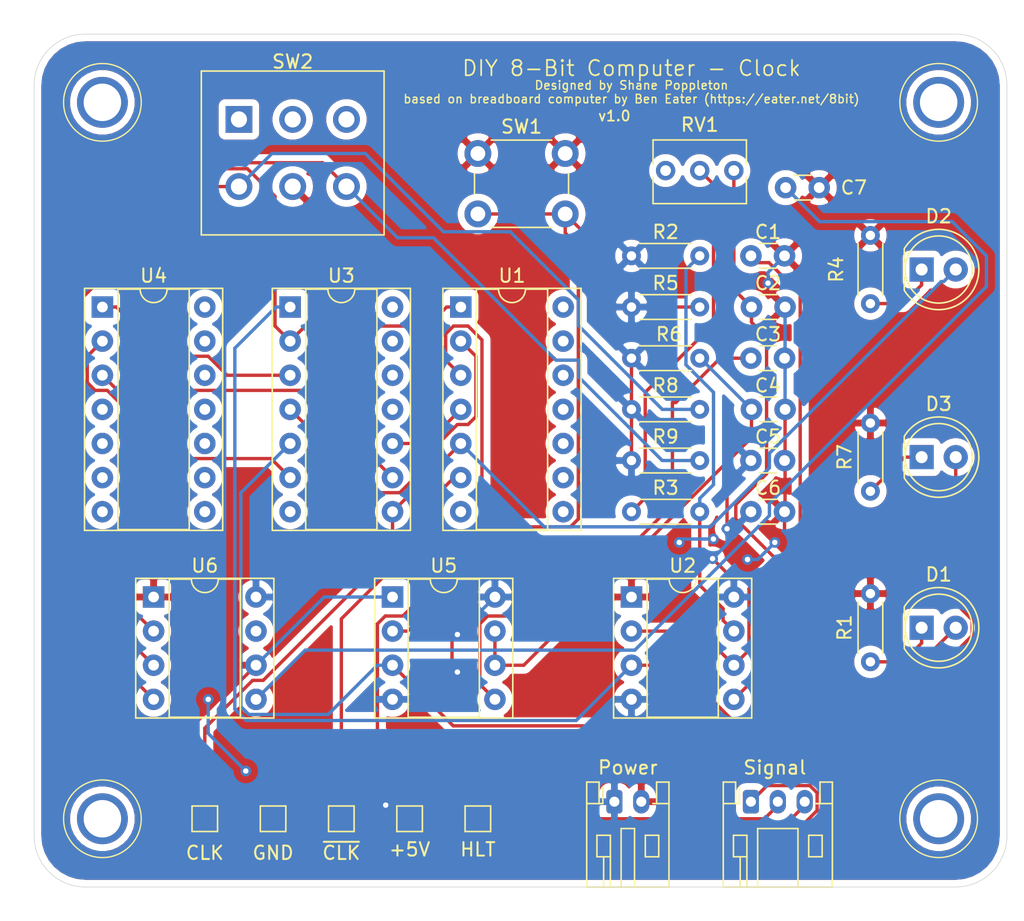
<source format=kicad_pcb>
(kicad_pcb (version 20171130) (host pcbnew "(5.1.2-1)-1")
  (title_block (title "DIY 8-Bit Computer - Clock") (rev v01) (comment 1 creativecommons.org/licenses/by/4.0) (comment 2 "License CC by 4.0") (comment 3 "Based on breadboard computer by Ben Eater") (comment 4 "Author: Shane Poppleton"))
  (layers (0 F.Cu signal) (31 B.Cu signal) (34 B.Paste user) (35 F.Paste user) (36 B.SilkS user) (37 F.SilkS user) (38 B.Mask user) (39 F.Mask user) (44 Edge.Cuts user))
  (net 0 "")
  (net 1 "Net-(C1-Pad1)")
  (net 2 GND)
  (net 3 "Net-(C2-Pad1)")
  (net 4 "Net-(C3-Pad1)")
  (net 5 "Net-(C4-Pad1)")
  (net 6 +5V)
  (net 7 "Net-(C7-Pad1)")
  (net 8 "Net-(D1-Pad1)")
  (net 9 "Net-(D1-Pad2)")
  (net 10 "Net-(D2-Pad1)")
  (net 11 /CLK)
  (net 12 "Net-(D3-Pad2)")
  (net 13 "Net-(D3-Pad1)")
  (net 14 /HLT)
  (net 15 /~CLK~)
  (net 16 "Net-(R2-Pad2)")
  (net 17 "Net-(R3-Pad1)")
  (net 18 "Net-(R5-Pad1)")
  (net 19 "Net-(R8-Pad2)")
  (net 20 "Net-(R9-Pad1)")
  (net 21 "Net-(RV1-Pad3)")
  (net 22 "Net-(SW2-Pad1)")
  (net 23 "Net-(SW2-Pad2)")
  (net 24 "Net-(SW2-Pad3)")
  (net 25 "Net-(U1-Pad13)")
  (net 26 "Net-(U1-Pad12)")
  (net 27 "Net-(U1-Pad11)")
  (net 28 "Net-(U1-Pad4)")
  (net 29 "Net-(U1-Pad10)")
  (net 30 "Net-(U1-Pad9)")
  (net 31 "Net-(U1-Pad2)")
  (net 32 "Net-(U1-Pad8)")
  (net 33 "Net-(U1-Pad1)")
  (net 34 "Net-(U3-Pad9)")
  (net 35 "Net-(U3-Pad3)")
  (net 36 "Net-(U3-Pad6)")
  (net 37 "Net-(U6-Pad7)")
  (module digikey-footprints:Test-Point-Pin_Drill2.79mm (layer F.Cu) (at 116.332 118.11)
    (fp_text reference REF** hide)
    (fp_text value Test-Point-Pin_Drill2.79mm)
    (pad 1 thru_hole circle (at 0 0) (size 3.79 3.79) (drill 2.79) (layers *.Cu *.Mask))
  )
  (module digikey-footprints:Test-Point-Pin_Drill2.79mm (layer F.Cu) (at 116.332 64.77)
    (fp_text reference REF** hide)
    (fp_text value Test-Point-Pin_Drill2.79mm)
    (pad 1 thru_hole circle (at 0 0) (size 3.79 3.79) (drill 2.79) (layers *.Cu *.Mask))
  )
  (module digikey-footprints:Test-Point-Pin_Drill2.79mm (layer F.Cu) (at 178.562 64.77)
    (fp_text reference REF** hide)
    (fp_text value Test-Point-Pin_Drill2.79mm)
    (pad 1 thru_hole circle (at 0 0) (size 3.79 3.79) (drill 2.79) (layers *.Cu *.Mask))
  )
  (module digikey-footprints:Test-Point-Pin_Drill2.79mm (layer F.Cu) (at 178.562 118.11)
    (fp_text reference REF** hide)
    (fp_text value Test-Point-Pin_Drill2.79mm)
    (pad 1 thru_hole circle (at 0 0) (size 3.79 3.79) (drill 2.79) (layers *.Cu *.Mask))
  )
  (module Capacitor_THT:C_Disc_D3.0mm_W1.6mm_P2.50mm (layer F.Cu) (at 164.592 76.2)
    (fp_text reference C1 (at 1.27 -1.778) (layer F.SilkS))
    (fp_text value 10nF)
    (pad 1 thru_hole circle (at 0 0) (size 1.6 1.6) (drill 0.8) (layers *.Cu *.Mask) (net 1 "Net-(C1-Pad1)"))
    (pad 2 thru_hole circle (at 2.5 0) (size 1.6 1.6) (drill 0.8) (layers *.Cu *.Mask) (net 2 GND))
  )
  (module Capacitor_THT:C_Disc_D3.0mm_W1.6mm_P2.50mm (layer F.Cu) (at 164.632 80.01)
    (fp_text reference C2 (at 1.23 -1.778) (layer F.SilkS))
    (fp_text value 100nF)
    (pad 2 thru_hole circle (at 2.5 0) (size 1.6 1.6) (drill 0.8) (layers *.Cu *.Mask) (net 2 GND))
    (pad 1 thru_hole circle (at 0 0) (size 1.6 1.6) (drill 0.8) (layers *.Cu *.Mask) (net 3 "Net-(C2-Pad1)"))
  )
  (module Capacitor_THT:C_Disc_D3.0mm_W1.6mm_P2.50mm (layer F.Cu) (at 164.592 83.82)
    (fp_text reference C3 (at 1.27 -1.778) (layer F.SilkS))
    (fp_text value 10nF)
    (pad 1 thru_hole circle (at 0 0) (size 1.6 1.6) (drill 0.8) (layers *.Cu *.Mask) (net 4 "Net-(C3-Pad1)"))
    (pad 2 thru_hole circle (at 2.5 0) (size 1.6 1.6) (drill 0.8) (layers *.Cu *.Mask) (net 2 GND))
  )
  (module Capacitor_THT:C_Disc_D3.0mm_W1.6mm_P2.50mm (layer F.Cu) (at 164.632 87.63)
    (fp_text reference C4 (at 1.23 -1.778) (layer F.SilkS))
    (fp_text value 10nF)
    (pad 2 thru_hole circle (at 2.5 0) (size 1.6 1.6) (drill 0.8) (layers *.Cu *.Mask) (net 2 GND))
    (pad 1 thru_hole circle (at 0 0) (size 1.6 1.6) (drill 0.8) (layers *.Cu *.Mask) (net 5 "Net-(C4-Pad1)"))
  )
  (module Capacitor_THT:C_Disc_D3.0mm_W1.6mm_P2.50mm (layer F.Cu) (at 164.592 91.44)
    (fp_text reference C5 (at 1.27 -1.778) (layer F.SilkS))
    (fp_text value 100nF)
    (pad 1 thru_hole circle (at 0 0) (size 1.6 1.6) (drill 0.8) (layers *.Cu *.Mask) (net 6 +5V))
    (pad 2 thru_hole circle (at 2.5 0) (size 1.6 1.6) (drill 0.8) (layers *.Cu *.Mask) (net 2 GND))
  )
  (module Capacitor_THT:C_Disc_D3.0mm_W1.6mm_P2.50mm (layer F.Cu) (at 164.592 95.25)
    (fp_text reference C6 (at 1.27 -1.778) (layer F.SilkS))
    (fp_text value 100nF)
    (pad 2 thru_hole circle (at 2.5 0) (size 1.6 1.6) (drill 0.8) (layers *.Cu *.Mask) (net 2 GND))
    (pad 1 thru_hole circle (at 0 0) (size 1.6 1.6) (drill 0.8) (layers *.Cu *.Mask) (net 6 +5V))
  )
  (module Capacitor_THT:C_Disc_D3.0mm_W1.6mm_P2.50mm (layer F.Cu) (at 167.172 71.12)
    (fp_text reference C7 (at 5.08 0) (layer F.SilkS))
    (fp_text value 10nF)
    (pad 1 thru_hole circle (at 0 0) (size 1.6 1.6) (drill 0.8) (layers *.Cu *.Mask) (net 7 "Net-(C7-Pad1)"))
    (pad 2 thru_hole circle (at 2.5 0) (size 1.6 1.6) (drill 0.8) (layers *.Cu *.Mask) (net 2 GND))
  )
  (module LED_THT:LED_D5.0mm (layer F.Cu) (at 177.292 103.886)
    (fp_text reference D1 (at 1.27 -3.96) (layer F.SilkS))
    (fp_text value YELLOW)
    (pad 1 thru_hole rect (at 0 0) (size 1.8 1.8) (drill 0.9) (layers *.Cu *.Mask) (net 8 "Net-(D1-Pad1)"))
    (pad 2 thru_hole circle (at 2.54 0) (size 1.8 1.8) (drill 0.9) (layers *.Cu *.Mask) (net 9 "Net-(D1-Pad2)"))
  )
  (module LED_THT:LED_D5.0mm (layer F.Cu) (at 177.292 77.216)
    (fp_text reference D2 (at 1.27 -3.96) (layer F.SilkS))
    (fp_text value YELLOW)
    (pad 1 thru_hole rect (at 0 0) (size 1.8 1.8) (drill 0.9) (layers *.Cu *.Mask) (net 10 "Net-(D2-Pad1)"))
    (pad 2 thru_hole circle (at 2.54 0) (size 1.8 1.8) (drill 0.9) (layers *.Cu *.Mask) (net 11 /CLK))
  )
  (module LED_THT:LED_D5.0mm (layer F.Cu) (at 177.292 91.186)
    (fp_text reference D3 (at 1.27 -3.96) (layer F.SilkS))
    (fp_text value YELLOW)
    (pad 2 thru_hole circle (at 2.54 0) (size 1.8 1.8) (drill 0.9) (layers *.Cu *.Mask) (net 12 "Net-(D3-Pad2)"))
    (pad 1 thru_hole rect (at 0 0) (size 1.8 1.8) (drill 0.9) (layers *.Cu *.Mask) (net 13 "Net-(D3-Pad1)"))
  )
  (module TestPoint:TestPoint_Pad_1.5x1.5mm (layer F.Cu) (at 144.272 118.11)
    (fp_text reference TP5 hide)
    (fp_text value HLT (at 0 2.286) (layer F.SilkS))
    (pad 1 smd rect (at 0 0) (size 1.5 1.5) (layers F.Cu F.Mask) (net 14 /HLT))
  )
  (module Connector_JST:JST_PH_S2B-PH-K_1x02_P2.00mm_Horizontal (layer F.Cu) (at 154.432 116.84)
    (fp_text reference J1 hide)
    (fp_text value Power (at 1 -2.54) (layer F.SilkS))
    (pad 1 thru_hole roundrect (at 0 0) (size 1.2 1.75) (drill 0.75) (layers *.Cu *.Mask) (roundrect_rratio 0.208333) (net 6 +5V))
    (pad 2 thru_hole oval (at 2 0) (size 1.2 1.75) (drill 0.75) (layers *.Cu *.Mask) (net 2 GND))
  )
  (module Connector_JST:JST_PH_S3B-PH-K_1x03_P2.00mm_Horizontal (layer F.Cu) (at 164.592 116.84)
    (fp_text reference J2 hide)
    (fp_text value Signal (at 1.778 -2.54) (layer F.SilkS))
    (pad 1 thru_hole roundrect (at 0 0) (size 1.2 1.75) (drill 0.75) (layers *.Cu *.Mask) (roundrect_rratio 0.208333) (net 11 /CLK))
    (pad 2 thru_hole oval (at 2 0) (size 1.2 1.75) (drill 0.75) (layers *.Cu *.Mask) (net 14 /HLT))
    (pad 3 thru_hole oval (at 4 0) (size 1.2 1.75) (drill 0.75) (layers *.Cu *.Mask) (net 15 /~CLK~))
  )
  (module Resistor_THT:R_Axial_DIN0204_L3.6mm_D1.6mm_P5.08mm_Horizontal (layer F.Cu) (at 173.482 106.426 90)
    (fp_text reference R1 (at 2.54 -1.92 90) (layer F.SilkS))
    (fp_text value 220R)
    (pad 2 thru_hole oval (at 5.08 0 90) (size 1.4 1.4) (drill 0.7) (layers *.Cu *.Mask) (net 2 GND))
    (pad 1 thru_hole circle (at 0 0 90) (size 1.4 1.4) (drill 0.7) (layers *.Cu *.Mask) (net 8 "Net-(D1-Pad1)"))
  )
  (module Resistor_THT:R_Axial_DIN0204_L3.6mm_D1.6mm_P5.08mm_Horizontal (layer F.Cu) (at 155.702 76.2)
    (fp_text reference R2 (at 2.54 -1.778) (layer F.SilkS))
    (fp_text value 1K)
    (pad 2 thru_hole oval (at 5.08 0) (size 1.4 1.4) (drill 0.7) (layers *.Cu *.Mask) (net 16 "Net-(R2-Pad2)"))
    (pad 1 thru_hole circle (at 0 0) (size 1.4 1.4) (drill 0.7) (layers *.Cu *.Mask) (net 6 +5V))
  )
  (module Resistor_THT:R_Axial_DIN0204_L3.6mm_D1.6mm_P5.08mm_Horizontal (layer F.Cu) (at 155.702 95.25)
    (fp_text reference R3 (at 2.54 -1.778) (layer F.SilkS))
    (fp_text value 1K)
    (pad 1 thru_hole circle (at 0 0) (size 1.4 1.4) (drill 0.7) (layers *.Cu *.Mask) (net 17 "Net-(R3-Pad1)"))
    (pad 2 thru_hole oval (at 5.08 0) (size 1.4 1.4) (drill 0.7) (layers *.Cu *.Mask) (net 16 "Net-(R2-Pad2)"))
  )
  (module Resistor_THT:R_Axial_DIN0204_L3.6mm_D1.6mm_P5.08mm_Horizontal (layer F.Cu) (at 173.482 74.676 270)
    (fp_text reference R4 (at 2.54 2.54 90) (layer F.SilkS))
    (fp_text value 220R)
    (pad 2 thru_hole oval (at 5.08 0 270) (size 1.4 1.4) (drill 0.7) (layers *.Cu *.Mask) (net 10 "Net-(D2-Pad1)"))
    (pad 1 thru_hole circle (at 0 0 270) (size 1.4 1.4) (drill 0.7) (layers *.Cu *.Mask) (net 2 GND))
  )
  (module Resistor_THT:R_Axial_DIN0204_L3.6mm_D1.6mm_P5.08mm_Horizontal (layer F.Cu) (at 160.782 80.01 180)
    (fp_text reference R5 (at 2.54 1.778) (layer F.SilkS))
    (fp_text value 1K)
    (pad 1 thru_hole circle (at 0 0 180) (size 1.4 1.4) (drill 0.7) (layers *.Cu *.Mask) (net 18 "Net-(R5-Pad1)"))
    (pad 2 thru_hole oval (at 5.08 0 180) (size 1.4 1.4) (drill 0.7) (layers *.Cu *.Mask) (net 6 +5V))
  )
  (module Resistor_THT:R_Axial_DIN0204_L3.6mm_D1.6mm_P5.08mm_Horizontal (layer F.Cu) (at 155.702 83.82)
    (fp_text reference R6 (at 2.794 -1.778) (layer F.SilkS))
    (fp_text value 1M)
    (pad 1 thru_hole circle (at 0 0) (size 1.4 1.4) (drill 0.7) (layers *.Cu *.Mask) (net 6 +5V))
    (pad 2 thru_hole oval (at 5.08 0) (size 1.4 1.4) (drill 0.7) (layers *.Cu *.Mask) (net 5 "Net-(C4-Pad1)"))
  )
  (module Resistor_THT:R_Axial_DIN0204_L3.6mm_D1.6mm_P5.08mm_Horizontal (layer F.Cu) (at 173.482 93.726 90)
    (fp_text reference R7 (at 2.54 -1.92 90) (layer F.SilkS))
    (fp_text value 220R)
    (pad 1 thru_hole circle (at 0 0 90) (size 1.4 1.4) (drill 0.7) (layers *.Cu *.Mask) (net 13 "Net-(D3-Pad1)"))
    (pad 2 thru_hole oval (at 5.08 0 90) (size 1.4 1.4) (drill 0.7) (layers *.Cu *.Mask) (net 2 GND))
  )
  (module Resistor_THT:R_Axial_DIN0204_L3.6mm_D1.6mm_P5.08mm_Horizontal (layer F.Cu) (at 155.702 87.63)
    (fp_text reference R8 (at 2.54 -1.778) (layer F.SilkS))
    (fp_text value 1K)
    (pad 2 thru_hole oval (at 5.08 0) (size 1.4 1.4) (drill 0.7) (layers *.Cu *.Mask) (net 19 "Net-(R8-Pad2)"))
    (pad 1 thru_hole circle (at 0 0) (size 1.4 1.4) (drill 0.7) (layers *.Cu *.Mask) (net 6 +5V))
  )
  (module Resistor_THT:R_Axial_DIN0204_L3.6mm_D1.6mm_P5.08mm_Horizontal (layer F.Cu) (at 160.782 91.44 180)
    (fp_text reference R9 (at 2.54 1.778) (layer F.SilkS))
    (fp_text value 1K)
    (pad 1 thru_hole circle (at 0 0 180) (size 1.4 1.4) (drill 0.7) (layers *.Cu *.Mask) (net 20 "Net-(R9-Pad1)"))
    (pad 2 thru_hole oval (at 5.08 0 180) (size 1.4 1.4) (drill 0.7) (layers *.Cu *.Mask) (net 6 +5V))
  )
  (module Potentiometer_THT:Potentiometer_Bourns_3266Y_Vertical (layer F.Cu) (at 163.322 69.85)
    (fp_text reference RV1 (at -2.54 -3.41) (layer F.SilkS))
    (fp_text value 1M)
    (pad 1 thru_hole circle (at 0 0) (size 1.44 1.44) (drill 0.8) (layers *.Cu *.Mask) (net 3 "Net-(C2-Pad1)"))
    (pad 2 thru_hole circle (at -2.54 0) (size 1.44 1.44) (drill 0.8) (layers *.Cu *.Mask) (net 17 "Net-(R3-Pad1)"))
    (pad 3 thru_hole circle (at -5.08 0) (size 1.44 1.44) (drill 0.8) (layers *.Cu *.Mask) (net 21 "Net-(RV1-Pad3)"))
  )
  (module Button_Switch_THT:SW_PUSH_6mm_H5mm (layer F.Cu) (at 144.272 68.58)
    (fp_text reference SW1 (at 3.25 -2) (layer F.SilkS))
    (fp_text value SW_Push)
    (pad 2 thru_hole circle (at 0 4.5 90) (size 2 2) (drill 1.1) (layers *.Cu *.Mask) (net 18 "Net-(R5-Pad1)"))
    (pad 1 thru_hole circle (at 0 0 90) (size 2 2) (drill 1.1) (layers *.Cu *.Mask) (net 2 GND))
    (pad 2 thru_hole circle (at 6.5 4.5 90) (size 2 2) (drill 1.1) (layers *.Cu *.Mask) (net 18 "Net-(R5-Pad1)"))
    (pad 1 thru_hole circle (at 6.5 0 90) (size 2 2) (drill 1.1) (layers *.Cu *.Mask) (net 2 GND))
  )
  (module Button_Switch_THT:SW_PUSH_E-Switch_FS5700DP_DPDT (layer F.Cu) (at 126.492 66.04)
    (fp_text reference SW2 (at 4 -4.3) (layer F.SilkS))
    (fp_text value SW_DPDT_x2)
    (pad 1 thru_hole rect (at 0 0) (size 2 2) (drill 1.2) (layers *.Cu *.Mask) (net 22 "Net-(SW2-Pad1)"))
    (pad 2 thru_hole circle (at 4 0) (size 2 2) (drill 1.2) (layers *.Cu *.Mask) (net 23 "Net-(SW2-Pad2)"))
    (pad 3 thru_hole circle (at 8 0) (size 2 2) (drill 1.2) (layers *.Cu *.Mask) (net 24 "Net-(SW2-Pad3)"))
    (pad 4 thru_hole circle (at 0 5) (size 2 2) (drill 1.2) (layers *.Cu *.Mask) (net 19 "Net-(R8-Pad2)"))
    (pad 5 thru_hole circle (at 4 5) (size 2 2) (drill 1.2) (layers *.Cu *.Mask) (net 2 GND))
    (pad 6 thru_hole circle (at 8 5) (size 2 2) (drill 1.2) (layers *.Cu *.Mask) (net 20 "Net-(R9-Pad1)"))
  )
  (module TestPoint:TestPoint_Pad_1.5x1.5mm (layer F.Cu) (at 123.952 118.11)
    (fp_text reference TP1 hide)
    (fp_text value CLK (at 0 2.54) (layer F.SilkS))
    (pad 1 smd rect (at 0 0) (size 1.5 1.5) (layers F.Cu F.Mask) (net 11 /CLK))
  )
  (module TestPoint:TestPoint_Pad_1.5x1.5mm (layer F.Cu) (at 129.032 118.11)
    (fp_text reference TP2 hide)
    (fp_text value GND (at 0 2.54) (layer F.SilkS))
    (pad 1 smd rect (at 0 0) (size 1.5 1.5) (layers F.Cu F.Mask) (net 2 GND))
  )
  (module TestPoint:TestPoint_Pad_1.5x1.5mm (layer F.Cu) (at 134.112 118.11)
    (fp_text reference TP3 hide)
    (fp_text value ~CLK~ (at 0 2.54) (layer F.SilkS))
    (pad 1 smd rect (at 0 0) (size 1.5 1.5) (layers F.Cu F.Mask) (net 15 /~CLK~))
  )
  (module TestPoint:TestPoint_Pad_1.5x1.5mm (layer F.Cu) (at 139.192 118.11)
    (fp_text reference TP4 hide)
    (fp_text value +5V (at 0 2.286) (layer F.SilkS))
    (pad 1 smd rect (at 0 0) (size 1.5 1.5) (layers F.Cu F.Mask) (net 6 +5V))
  )
  (module Package_DIP:DIP-14_W7.62mm_Socket (layer F.Cu) (at 143.002 80.01)
    (fp_text reference U1 (at 3.81 -2.33) (layer F.SilkS))
    (fp_text value 74LS04)
    (pad 14 thru_hole oval (at 7.62 0) (size 1.6 1.6) (drill 0.8) (layers *.Cu *.Mask))
    (pad 7 thru_hole oval (at 0 15.24) (size 1.6 1.6) (drill 0.8) (layers *.Cu *.Mask))
    (pad 13 thru_hole oval (at 7.62 2.54) (size 1.6 1.6) (drill 0.8) (layers *.Cu *.Mask) (net 25 "Net-(U1-Pad13)"))
    (pad 6 thru_hole oval (at 0 12.7) (size 1.6 1.6) (drill 0.8) (layers *.Cu *.Mask) (net 15 /~CLK~))
    (pad 12 thru_hole oval (at 7.62 5.08) (size 1.6 1.6) (drill 0.8) (layers *.Cu *.Mask) (net 26 "Net-(U1-Pad12)"))
    (pad 5 thru_hole oval (at 0 10.16) (size 1.6 1.6) (drill 0.8) (layers *.Cu *.Mask) (net 11 /CLK))
    (pad 11 thru_hole oval (at 7.62 7.62) (size 1.6 1.6) (drill 0.8) (layers *.Cu *.Mask) (net 27 "Net-(U1-Pad11)"))
    (pad 4 thru_hole oval (at 0 7.62) (size 1.6 1.6) (drill 0.8) (layers *.Cu *.Mask) (net 28 "Net-(U1-Pad4)"))
    (pad 10 thru_hole oval (at 7.62 10.16) (size 1.6 1.6) (drill 0.8) (layers *.Cu *.Mask) (net 29 "Net-(U1-Pad10)"))
    (pad 3 thru_hole oval (at 0 5.08) (size 1.6 1.6) (drill 0.8) (layers *.Cu *.Mask) (net 14 /HLT))
    (pad 9 thru_hole oval (at 7.62 12.7) (size 1.6 1.6) (drill 0.8) (layers *.Cu *.Mask) (net 30 "Net-(U1-Pad9)"))
    (pad 2 thru_hole oval (at 0 2.54) (size 1.6 1.6) (drill 0.8) (layers *.Cu *.Mask) (net 31 "Net-(U1-Pad2)"))
    (pad 8 thru_hole oval (at 7.62 15.24) (size 1.6 1.6) (drill 0.8) (layers *.Cu *.Mask) (net 32 "Net-(U1-Pad8)"))
    (pad 1 thru_hole rect (at 0 0) (size 1.6 1.6) (drill 0.8) (layers *.Cu *.Mask) (net 33 "Net-(U1-Pad1)"))
  )
  (module Package_DIP:DIP-8_W7.62mm_Socket (layer F.Cu) (at 155.702 101.6)
    (fp_text reference U2 (at 3.81 -2.33) (layer F.SilkS))
    (fp_text value LM555)
    (pad 1 thru_hole rect (at 0 0) (size 1.6 1.6) (drill 0.8) (layers *.Cu *.Mask) (net 2 GND))
    (pad 5 thru_hole oval (at 7.62 7.62) (size 1.6 1.6) (drill 0.8) (layers *.Cu *.Mask) (net 1 "Net-(C1-Pad1)"))
    (pad 2 thru_hole oval (at 0 2.54) (size 1.6 1.6) (drill 0.8) (layers *.Cu *.Mask) (net 3 "Net-(C2-Pad1)"))
    (pad 6 thru_hole oval (at 7.62 5.08) (size 1.6 1.6) (drill 0.8) (layers *.Cu *.Mask) (net 3 "Net-(C2-Pad1)"))
    (pad 3 thru_hole oval (at 0 5.08) (size 1.6 1.6) (drill 0.8) (layers *.Cu *.Mask) (net 9 "Net-(D1-Pad2)"))
    (pad 7 thru_hole oval (at 7.62 2.54) (size 1.6 1.6) (drill 0.8) (layers *.Cu *.Mask) (net 16 "Net-(R2-Pad2)"))
    (pad 4 thru_hole oval (at 0 7.62) (size 1.6 1.6) (drill 0.8) (layers *.Cu *.Mask) (net 6 +5V))
    (pad 8 thru_hole oval (at 7.62 0) (size 1.6 1.6) (drill 0.8) (layers *.Cu *.Mask) (net 6 +5V))
  )
  (module Package_DIP:DIP-14_W7.62mm_Socket (layer F.Cu) (at 130.302 80.01)
    (fp_text reference U3 (at 3.81 -2.33) (layer F.SilkS))
    (fp_text value 74LS08)
    (pad 1 thru_hole rect (at 0 0) (size 1.6 1.6) (drill 0.8) (layers *.Cu *.Mask) (net 9 "Net-(D1-Pad2)"))
    (pad 8 thru_hole oval (at 7.62 15.24) (size 1.6 1.6) (drill 0.8) (layers *.Cu *.Mask) (net 11 /CLK))
    (pad 2 thru_hole oval (at 0 2.54) (size 1.6 1.6) (drill 0.8) (layers *.Cu *.Mask) (net 33 "Net-(U1-Pad1)"))
    (pad 9 thru_hole oval (at 7.62 12.7) (size 1.6 1.6) (drill 0.8) (layers *.Cu *.Mask) (net 34 "Net-(U3-Pad9)"))
    (pad 3 thru_hole oval (at 0 5.08) (size 1.6 1.6) (drill 0.8) (layers *.Cu *.Mask) (net 35 "Net-(U3-Pad3)"))
    (pad 10 thru_hole oval (at 7.62 10.16) (size 1.6 1.6) (drill 0.8) (layers *.Cu *.Mask) (net 28 "Net-(U1-Pad4)"))
    (pad 4 thru_hole oval (at 0 7.62) (size 1.6 1.6) (drill 0.8) (layers *.Cu *.Mask) (net 31 "Net-(U1-Pad2)"))
    (pad 11 thru_hole oval (at 7.62 7.62) (size 1.6 1.6) (drill 0.8) (layers *.Cu *.Mask))
    (pad 5 thru_hole oval (at 0 10.16) (size 1.6 1.6) (drill 0.8) (layers *.Cu *.Mask) (net 12 "Net-(D3-Pad2)"))
    (pad 12 thru_hole oval (at 7.62 5.08) (size 1.6 1.6) (drill 0.8) (layers *.Cu *.Mask))
    (pad 6 thru_hole oval (at 0 12.7) (size 1.6 1.6) (drill 0.8) (layers *.Cu *.Mask) (net 36 "Net-(U3-Pad6)"))
    (pad 13 thru_hole oval (at 7.62 2.54) (size 1.6 1.6) (drill 0.8) (layers *.Cu *.Mask))
    (pad 7 thru_hole oval (at 0 15.24) (size 1.6 1.6) (drill 0.8) (layers *.Cu *.Mask))
    (pad 14 thru_hole oval (at 7.62 0) (size 1.6 1.6) (drill 0.8) (layers *.Cu *.Mask))
  )
  (module Package_DIP:DIP-14_W7.62mm_Socket (layer F.Cu) (at 116.332 80.01)
    (fp_text reference U4 (at 3.81 -2.33) (layer F.SilkS))
    (fp_text value 74LS32)
    (pad 1 thru_hole rect (at 0 0) (size 1.6 1.6) (drill 0.8) (layers *.Cu *.Mask) (net 35 "Net-(U3-Pad3)"))
    (pad 8 thru_hole oval (at 7.62 15.24) (size 1.6 1.6) (drill 0.8) (layers *.Cu *.Mask))
    (pad 2 thru_hole oval (at 0 2.54) (size 1.6 1.6) (drill 0.8) (layers *.Cu *.Mask) (net 36 "Net-(U3-Pad6)"))
    (pad 9 thru_hole oval (at 7.62 12.7) (size 1.6 1.6) (drill 0.8) (layers *.Cu *.Mask))
    (pad 3 thru_hole oval (at 0 5.08) (size 1.6 1.6) (drill 0.8) (layers *.Cu *.Mask) (net 34 "Net-(U3-Pad9)"))
    (pad 10 thru_hole oval (at 7.62 10.16) (size 1.6 1.6) (drill 0.8) (layers *.Cu *.Mask))
    (pad 4 thru_hole oval (at 0 7.62) (size 1.6 1.6) (drill 0.8) (layers *.Cu *.Mask))
    (pad 11 thru_hole oval (at 7.62 7.62) (size 1.6 1.6) (drill 0.8) (layers *.Cu *.Mask))
    (pad 5 thru_hole oval (at 0 10.16) (size 1.6 1.6) (drill 0.8) (layers *.Cu *.Mask))
    (pad 12 thru_hole oval (at 7.62 5.08) (size 1.6 1.6) (drill 0.8) (layers *.Cu *.Mask))
    (pad 6 thru_hole oval (at 0 12.7) (size 1.6 1.6) (drill 0.8) (layers *.Cu *.Mask))
    (pad 13 thru_hole oval (at 7.62 2.54) (size 1.6 1.6) (drill 0.8) (layers *.Cu *.Mask))
    (pad 7 thru_hole oval (at 0 15.24) (size 1.6 1.6) (drill 0.8) (layers *.Cu *.Mask))
    (pad 14 thru_hole oval (at 7.62 0) (size 1.6 1.6) (drill 0.8) (layers *.Cu *.Mask))
  )
  (module Package_DIP:DIP-8_W7.62mm_Socket (layer F.Cu) (at 137.922 101.6)
    (fp_text reference U5 (at 3.81 -2.33) (layer F.SilkS))
    (fp_text value LM555)
    (pad 1 thru_hole rect (at 0 0) (size 1.6 1.6) (drill 0.8) (layers *.Cu *.Mask) (net 2 GND))
    (pad 5 thru_hole oval (at 7.62 7.62) (size 1.6 1.6) (drill 0.8) (layers *.Cu *.Mask) (net 4 "Net-(C3-Pad1)"))
    (pad 2 thru_hole oval (at 0 2.54) (size 1.6 1.6) (drill 0.8) (layers *.Cu *.Mask) (net 18 "Net-(R5-Pad1)"))
    (pad 6 thru_hole oval (at 7.62 5.08) (size 1.6 1.6) (drill 0.8) (layers *.Cu *.Mask) (net 5 "Net-(C4-Pad1)"))
    (pad 3 thru_hole oval (at 0 5.08) (size 1.6 1.6) (drill 0.8) (layers *.Cu *.Mask) (net 12 "Net-(D3-Pad2)"))
    (pad 7 thru_hole oval (at 7.62 2.54) (size 1.6 1.6) (drill 0.8) (layers *.Cu *.Mask) (net 5 "Net-(C4-Pad1)"))
    (pad 4 thru_hole oval (at 0 7.62) (size 1.6 1.6) (drill 0.8) (layers *.Cu *.Mask) (net 6 +5V))
    (pad 8 thru_hole oval (at 7.62 0) (size 1.6 1.6) (drill 0.8) (layers *.Cu *.Mask) (net 6 +5V))
  )
  (module Package_DIP:DIP-8_W7.62mm_Socket (layer F.Cu) (at 120.142 101.6)
    (fp_text reference U6 (at 3.81 -2.33) (layer F.SilkS))
    (fp_text value LM555)
    (pad 8 thru_hole oval (at 7.62 0) (size 1.6 1.6) (drill 0.8) (layers *.Cu *.Mask) (net 6 +5V))
    (pad 4 thru_hole oval (at 0 7.62) (size 1.6 1.6) (drill 0.8) (layers *.Cu *.Mask) (net 20 "Net-(R9-Pad1)"))
    (pad 7 thru_hole oval (at 7.62 2.54) (size 1.6 1.6) (drill 0.8) (layers *.Cu *.Mask) (net 37 "Net-(U6-Pad7)"))
    (pad 3 thru_hole oval (at 0 5.08) (size 1.6 1.6) (drill 0.8) (layers *.Cu *.Mask) (net 33 "Net-(U1-Pad1)"))
    (pad 6 thru_hole oval (at 7.62 5.08) (size 1.6 1.6) (drill 0.8) (layers *.Cu *.Mask) (net 2 GND))
    (pad 2 thru_hole oval (at 0 2.54) (size 1.6 1.6) (drill 0.8) (layers *.Cu *.Mask) (net 19 "Net-(R8-Pad2)"))
    (pad 5 thru_hole oval (at 7.62 7.62) (size 1.6 1.6) (drill 0.8) (layers *.Cu *.Mask) (net 7 "Net-(C7-Pad1)"))
    (pad 1 thru_hole rect (at 0 0) (size 1.6 1.6) (drill 0.8) (layers *.Cu *.Mask) (net 2 GND))
  )
  (gr_text "v1.0\n" (at 154.432 65.786) (layer F.SilkS) (effects (font (size 0.762 0.762) (thickness 0.127))))
  (gr_text "Designed by Shane Poppleton\nbased on breadboard computer by Ben Eater (https://eater.net/8bit)\n" (at 155.702 64.008) (layer F.SilkS) (effects (font (size 0.635 0.635) (thickness 0.1016))))
  (gr_text "DIY 8-Bit Computer - Clock" (at 155.702 62.23) (layer F.SilkS) (effects (font (size 1.143 1.143) (thickness 0.127))))
  (gr_arc (start 115.062 63.5) (end 115.062 59.69) (angle -90) (layer Edge.Cuts) (width 0.05))
  (gr_arc (start 115.062 119.38) (end 111.252 119.38) (angle -90) (layer Edge.Cuts) (width 0.05))
  (gr_arc (start 179.832 119.38) (end 179.832 123.19) (angle -90) (layer Edge.Cuts) (width 0.05))
  (gr_arc (start 179.832 63.5) (end 183.642 63.5) (angle -90) (layer Edge.Cuts) (width 0.05))
  (gr_line (start 111.252 63.5) (end 111.252 119.38) (layer Edge.Cuts) (width 0.05))
  (gr_line (start 179.832 59.69) (end 115.062 59.69) (layer Edge.Cuts) (width 0.05))
  (gr_line (start 183.642 119.38) (end 183.642 63.5) (layer Edge.Cuts) (width 0.05))
  (gr_line (start 115.062 123.19) (end 179.832 123.19) (layer Edge.Cuts) (width 0.05))
  (segment (start 165.1 76.708) (end 164.592 76.2) (width 0.25) (layer F.Cu) (net 1))
  (segment (start 165.934998 76.708) (end 165.1 76.708) (width 0.25) (layer F.Cu) (net 1))
  (segment (start 168.257001 79.030003) (end 165.934998 76.708) (width 0.25) (layer F.Cu) (net 1))
  (segment (start 168.257001 104.284999) (end 168.257001 79.030003) (width 0.25) (layer F.Cu) (net 1))
  (segment (start 163.322 109.22) (end 168.257001 104.284999) (width 0.25) (layer F.Cu) (net 1))
  (via (at 165.862 78.232) (size 0.8) (drill 0.4) (layers F.Cu B.Cu) (net 2))
  (segment (start 165.862 77.43) (end 165.862 78.232) (width 0.25) (layer B.Cu) (net 2))
  (segment (start 167.092 76.2) (end 165.862 77.43) (width 0.25) (layer B.Cu) (net 2))
  (segment (start 167.132 80.01) (end 167.132 87.63) (width 0.25) (layer B.Cu) (net 2))
  (segment (start 167.132 95.21) (end 167.092 95.25) (width 0.25) (layer F.Cu) (net 2))
  (segment (start 167.132 87.63) (end 167.132 95.21) (width 0.25) (layer F.Cu) (net 2))
  (via (at 166.37 97.536) (size 0.8) (drill 0.4) (layers F.Cu B.Cu) (net 2))
  (segment (start 167.092 96.814) (end 166.37 97.536) (width 0.25) (layer F.Cu) (net 2))
  (segment (start 167.092 95.25) (end 167.092 96.814) (width 0.25) (layer F.Cu) (net 2))
  (via (at 164.338 98.806) (size 0.8) (drill 0.4) (layers F.Cu B.Cu) (net 2))
  (segment (start 165.1 98.806) (end 164.338 98.806) (width 0.25) (layer B.Cu) (net 2))
  (segment (start 166.37 97.536) (end 165.1 98.806) (width 0.25) (layer B.Cu) (net 2))
  (segment (start 163.322 98.806) (end 161.798 97.282) (width 0.25) (layer F.Cu) (net 2))
  (via (at 161.798 97.282) (size 0.8) (drill 0.4) (layers F.Cu B.Cu) (net 2))
  (segment (start 164.338 98.806) (end 163.322 98.806) (width 0.25) (layer F.Cu) (net 2))
  (via (at 159.258 97.536) (size 0.8) (drill 0.4) (layers F.Cu B.Cu) (net 2))
  (segment (start 159.512 97.282) (end 159.258 97.536) (width 0.25) (layer B.Cu) (net 2))
  (segment (start 161.798 97.282) (end 159.512 97.282) (width 0.25) (layer B.Cu) (net 2))
  (segment (start 132.842 101.6) (end 127.762 106.68) (width 0.25) (layer B.Cu) (net 2))
  (segment (start 137.922 101.6) (end 132.842 101.6) (width 0.25) (layer B.Cu) (net 2))
  (via (at 124.206 109.22) (size 0.8) (drill 0.4) (layers F.Cu B.Cu) (net 2))
  (segment (start 125.222 109.22) (end 124.206 109.22) (width 0.25) (layer F.Cu) (net 2))
  (segment (start 127.762 106.68) (end 125.222 109.22) (width 0.25) (layer F.Cu) (net 2))
  (via (at 127 114.554) (size 0.8) (drill 0.4) (layers F.Cu B.Cu) (net 2))
  (segment (start 124.206 111.76) (end 127 114.554) (width 0.25) (layer B.Cu) (net 2))
  (segment (start 124.206 109.22) (end 124.206 111.76) (width 0.25) (layer B.Cu) (net 2))
  (segment (start 129.032 116.586) (end 129.032 118.11) (width 0.25) (layer F.Cu) (net 2))
  (segment (start 127 114.554) (end 129.032 116.586) (width 0.25) (layer F.Cu) (net 2))
  (segment (start 160.782 104.14) (end 155.702 104.14) (width 0.25) (layer F.Cu) (net 3))
  (segment (start 163.322 106.68) (end 160.782 104.14) (width 0.25) (layer F.Cu) (net 3))
  (segment (start 163.322 78.7) (end 164.632 80.01) (width 0.25) (layer F.Cu) (net 3))
  (segment (start 163.322 69.85) (end 163.322 78.7) (width 0.25) (layer F.Cu) (net 3))
  (segment (start 165.757001 82.266371) (end 164.632 81.14137) (width 0.25) (layer F.Cu) (net 3))
  (segment (start 165.757001 92.419997) (end 165.757001 82.266371) (width 0.25) (layer F.Cu) (net 3))
  (segment (start 163.466999 95.790001) (end 163.466999 94.709999) (width 0.25) (layer F.Cu) (net 3))
  (segment (start 164.632 81.14137) (end 164.632 80.01) (width 0.25) (layer F.Cu) (net 3))
  (segment (start 166.37 98.693002) (end 163.466999 95.790001) (width 0.25) (layer F.Cu) (net 3))
  (segment (start 163.466999 94.709999) (end 165.757001 92.419997) (width 0.25) (layer F.Cu) (net 3))
  (segment (start 166.37 99.06) (end 166.37 98.693002) (width 0.25) (layer F.Cu) (net 3))
  (segment (start 164.447001 105.554999) (end 164.447001 100.982999) (width 0.25) (layer F.Cu) (net 3))
  (segment (start 164.447001 100.982999) (end 166.37 99.06) (width 0.25) (layer F.Cu) (net 3))
  (segment (start 163.322 106.68) (end 164.447001 105.554999) (width 0.25) (layer F.Cu) (net 3))
  (segment (start 145.001999 103.014999) (end 150.477001 103.014999) (width 0.25) (layer F.Cu) (net 4))
  (segment (start 144.416999 103.599999) (end 145.001999 103.014999) (width 0.25) (layer F.Cu) (net 4))
  (segment (start 144.416999 108.094999) (end 144.416999 103.599999) (width 0.25) (layer F.Cu) (net 4))
  (segment (start 145.542 109.22) (end 144.416999 108.094999) (width 0.25) (layer F.Cu) (net 4))
  (segment (start 150.477001 103.014999) (end 158.75 94.742) (width 0.25) (layer F.Cu) (net 4))
  (segment (start 158.75 94.742) (end 158.75 87.122) (width 0.25) (layer F.Cu) (net 4))
  (segment (start 163.46063 83.82) (end 164.592 83.82) (width 0.25) (layer F.Cu) (net 4))
  (segment (start 162.299002 83.82) (end 163.46063 83.82) (width 0.25) (layer F.Cu) (net 4))
  (segment (start 158.997002 87.122) (end 162.299002 83.82) (width 0.25) (layer F.Cu) (net 4))
  (segment (start 158.75 87.122) (end 158.997002 87.122) (width 0.25) (layer F.Cu) (net 4))
  (segment (start 145.542 106.68) (end 145.542 104.14) (width 0.25) (layer F.Cu) (net 5))
  (segment (start 146.67337 106.68) (end 145.542 106.68) (width 0.25) (layer F.Cu) (net 5))
  (segment (start 164.632 89.734998) (end 147.686998 106.68) (width 0.25) (layer F.Cu) (net 5))
  (segment (start 147.686998 106.68) (end 146.67337 106.68) (width 0.25) (layer F.Cu) (net 5))
  (segment (start 164.632 87.63) (end 164.632 89.734998) (width 0.25) (layer F.Cu) (net 5))
  (segment (start 160.822 83.82) (end 160.782 83.82) (width 0.25) (layer B.Cu) (net 5))
  (segment (start 164.632 87.63) (end 160.822 83.82) (width 0.25) (layer B.Cu) (net 5))
  (via (at 137.414 117.094) (size 0.8) (drill 0.4) (layers F.Cu B.Cu) (net 6))
  (segment (start 139.176 117.094) (end 137.979685 117.094) (width 0.25) (layer F.Cu) (net 6))
  (segment (start 137.979685 117.094) (end 137.414 117.094) (width 0.25) (layer F.Cu) (net 6))
  (segment (start 139.192 117.11) (end 139.176 117.094) (width 0.25) (layer F.Cu) (net 6))
  (segment (start 139.192 118.11) (end 139.192 117.11) (width 0.25) (layer F.Cu) (net 6))
  (via (at 142.748 104.394) (size 0.8) (drill 0.4) (layers F.Cu B.Cu) (net 6))
  (segment (start 145.542 101.6) (end 142.748 104.394) (width 0.25) (layer B.Cu) (net 6))
  (segment (start 142.348001 104.793999) (end 142.348001 106.788001) (width 0.25) (layer F.Cu) (net 6))
  (segment (start 142.748 104.394) (end 142.348001 104.793999) (width 0.25) (layer F.Cu) (net 6))
  (via (at 142.748 107.188) (size 0.8) (drill 0.4) (layers F.Cu B.Cu) (net 6))
  (segment (start 142.348001 106.788001) (end 142.748 107.188) (width 0.25) (layer F.Cu) (net 6))
  (segment (start 155.702 83.82) (end 155.702 91.44) (width 0.25) (layer F.Cu) (net 6))
  (segment (start 162.814 94.726588) (end 162.814 96.52) (width 0.25) (layer F.Cu) (net 6))
  (segment (start 162.814 93.218) (end 162.814 94.726588) (width 0.25) (layer F.Cu) (net 6))
  (via (at 162.814 96.52) (size 0.8) (drill 0.4) (layers F.Cu B.Cu) (net 6))
  (segment (start 164.592 91.44) (end 162.814 93.218) (width 0.25) (layer F.Cu) (net 6))
  (segment (start 163.322 96.52) (end 164.592 95.25) (width 0.25) (layer B.Cu) (net 6))
  (segment (start 162.814 96.52) (end 163.322 96.52) (width 0.25) (layer B.Cu) (net 6))
  (via (at 161.736848 98.744848) (size 0.8) (drill 0.4) (layers F.Cu B.Cu) (net 6))
  (segment (start 163.322 100.33) (end 161.736848 98.744848) (width 0.25) (layer F.Cu) (net 6))
  (segment (start 163.322 101.6) (end 163.322 100.33) (width 0.25) (layer F.Cu) (net 6))
  (segment (start 162.814 97.667696) (end 162.814 96.52) (width 0.25) (layer B.Cu) (net 6))
  (segment (start 161.736848 98.744848) (end 162.814 97.667696) (width 0.25) (layer B.Cu) (net 6))
  (segment (start 169.702999 73.650999) (end 179.568999 73.650999) (width 0.25) (layer B.Cu) (net 7))
  (segment (start 167.172 71.12) (end 169.702999 73.650999) (width 0.25) (layer B.Cu) (net 7))
  (segment (start 179.568999 73.650999) (end 182.118 76.2) (width 0.25) (layer B.Cu) (net 7))
  (segment (start 128.561999 108.420001) (end 127.762 109.22) (width 0.25) (layer B.Cu) (net 7))
  (segment (start 155.952003 105.554999) (end 131.427001 105.554999) (width 0.25) (layer B.Cu) (net 7))
  (segment (start 165.966999 95.540003) (end 155.952003 105.554999) (width 0.25) (layer B.Cu) (net 7))
  (segment (start 131.427001 105.554999) (end 128.561999 108.420001) (width 0.25) (layer B.Cu) (net 7))
  (segment (start 165.966999 94.637001) (end 165.966999 95.540003) (width 0.25) (layer B.Cu) (net 7))
  (segment (start 182.118 78.486) (end 165.966999 94.637001) (width 0.25) (layer B.Cu) (net 7))
  (segment (start 182.118 76.2) (end 182.118 78.486) (width 0.25) (layer B.Cu) (net 7))
  (segment (start 177.292 105.036) (end 177.292 103.886) (width 0.25) (layer F.Cu) (net 8))
  (segment (start 175.902 106.426) (end 177.292 105.036) (width 0.25) (layer F.Cu) (net 8))
  (segment (start 173.482 106.426) (end 175.902 106.426) (width 0.25) (layer F.Cu) (net 8))
  (segment (start 163.180998 110.744) (end 172.974 110.744) (width 0.25) (layer F.Cu) (net 9))
  (segment (start 172.974 110.744) (end 179.832 103.886) (width 0.25) (layer F.Cu) (net 9))
  (segment (start 159.116998 106.68) (end 163.180998 110.744) (width 0.25) (layer F.Cu) (net 9))
  (segment (start 155.702 106.68) (end 159.116998 106.68) (width 0.25) (layer F.Cu) (net 9))
  (segment (start 129.252 80.01) (end 130.302 80.01) (width 0.25) (layer B.Cu) (net 9))
  (segment (start 126.186989 83.075011) (end 129.252 80.01) (width 0.25) (layer B.Cu) (net 9))
  (segment (start 126.186989 109.946401) (end 126.186989 83.075011) (width 0.25) (layer B.Cu) (net 9))
  (segment (start 127.035598 110.79501) (end 126.186989 109.946401) (width 0.25) (layer B.Cu) (net 9))
  (segment (start 151.58699 110.79501) (end 127.035598 110.79501) (width 0.25) (layer B.Cu) (net 9))
  (segment (start 155.702 106.68) (end 151.58699 110.79501) (width 0.25) (layer B.Cu) (net 9))
  (segment (start 177.292 78.366) (end 177.292 77.216) (width 0.25) (layer F.Cu) (net 10))
  (segment (start 175.902 79.756) (end 177.292 78.366) (width 0.25) (layer F.Cu) (net 10))
  (segment (start 173.482 79.756) (end 175.902 79.756) (width 0.25) (layer F.Cu) (net 10))
  (segment (start 137.922 98.185002) (end 137.922 96.38137) (width 0.25) (layer F.Cu) (net 11))
  (segment (start 137.922 96.38137) (end 137.922 95.25) (width 0.25) (layer F.Cu) (net 11))
  (segment (start 128.302001 107.805001) (end 137.922 98.185002) (width 0.25) (layer F.Cu) (net 11))
  (segment (start 127.511997 107.805001) (end 128.302001 107.805001) (width 0.25) (layer F.Cu) (net 11))
  (segment (start 123.952 111.364998) (end 127.511997 107.805001) (width 0.25) (layer F.Cu) (net 11))
  (segment (start 123.952 118.11) (end 123.952 111.364998) (width 0.25) (layer F.Cu) (net 11))
  (segment (start 124.952 118.11) (end 123.952 118.11) (width 0.25) (layer F.Cu) (net 11))
  (segment (start 126.477011 119.635011) (end 124.952 118.11) (width 0.25) (layer F.Cu) (net 11))
  (segment (start 167.38015 119.635011) (end 126.477011 119.635011) (width 0.25) (layer F.Cu) (net 11))
  (segment (start 169.51701 117.498151) (end 167.38015 119.635011) (width 0.25) (layer F.Cu) (net 11))
  (segment (start 168.975151 115.63999) (end 169.51701 116.181849) (width 0.25) (layer F.Cu) (net 11))
  (segment (start 165.79201 115.63999) (end 168.975151 115.63999) (width 0.25) (layer F.Cu) (net 11))
  (segment (start 169.51701 116.181849) (end 169.51701 117.498151) (width 0.25) (layer F.Cu) (net 11))
  (segment (start 164.592 116.84) (end 165.79201 115.63999) (width 0.25) (layer F.Cu) (net 11))
  (segment (start 137.922 95.25) (end 143.002 90.17) (width 0.25) (layer F.Cu) (net 11))
  (segment (start 165.966999 90.899999) (end 178.750999 78.115999) (width 0.25) (layer B.Cu) (net 11))
  (segment (start 165.966999 91.980001) (end 165.966999 90.899999) (width 0.25) (layer B.Cu) (net 11))
  (segment (start 161.571999 96.375001) (end 165.966999 91.980001) (width 0.25) (layer B.Cu) (net 11))
  (segment (start 178.932001 78.115999) (end 179.832 77.216) (width 0.25) (layer B.Cu) (net 11))
  (segment (start 149.207001 96.375001) (end 161.571999 96.375001) (width 0.25) (layer B.Cu) (net 11))
  (segment (start 178.750999 78.115999) (end 178.932001 78.115999) (width 0.25) (layer B.Cu) (net 11))
  (segment (start 143.002 90.17) (end 149.207001 96.375001) (width 0.25) (layer B.Cu) (net 11))
  (segment (start 138.721999 107.479999) (end 137.922 106.68) (width 0.25) (layer F.Cu) (net 12))
  (segment (start 142.43601 111.19401) (end 138.721999 107.479999) (width 0.25) (layer F.Cu) (net 12))
  (segment (start 174.336992 111.19401) (end 142.43601 111.19401) (width 0.25) (layer F.Cu) (net 12))
  (segment (start 181.057001 104.474001) (end 174.336992 111.19401) (width 0.25) (layer F.Cu) (net 12))
  (segment (start 181.057001 103.297999) (end 181.057001 104.474001) (width 0.25) (layer F.Cu) (net 12))
  (segment (start 179.832 102.072998) (end 181.057001 103.297999) (width 0.25) (layer F.Cu) (net 12))
  (segment (start 179.832 91.186) (end 179.832 102.072998) (width 0.25) (layer F.Cu) (net 12))
  (segment (start 129.502001 90.969999) (end 130.302 90.17) (width 0.25) (layer B.Cu) (net 12))
  (segment (start 126.636999 93.835001) (end 129.502001 90.969999) (width 0.25) (layer B.Cu) (net 12))
  (segment (start 126.636999 109.760001) (end 126.636999 93.835001) (width 0.25) (layer B.Cu) (net 12))
  (segment (start 127.221999 110.345001) (end 126.636999 109.760001) (width 0.25) (layer B.Cu) (net 12))
  (segment (start 133.125629 110.345001) (end 127.221999 110.345001) (width 0.25) (layer B.Cu) (net 12))
  (segment (start 136.79063 106.68) (end 133.125629 110.345001) (width 0.25) (layer B.Cu) (net 12))
  (segment (start 137.922 106.68) (end 136.79063 106.68) (width 0.25) (layer B.Cu) (net 12))
  (segment (start 176.022 91.186) (end 177.292 91.186) (width 0.25) (layer F.Cu) (net 13))
  (segment (start 173.482 93.726) (end 176.022 91.186) (width 0.25) (layer F.Cu) (net 13))
  (segment (start 166.592 117.115) (end 166.592 116.84) (width 0.25) (layer F.Cu) (net 14))
  (segment (start 165.597 118.11) (end 166.592 117.115) (width 0.25) (layer F.Cu) (net 14))
  (segment (start 144.272 118.11) (end 165.597 118.11) (width 0.25) (layer F.Cu) (net 14))
  (segment (start 143.272 118.11) (end 144.272 118.11) (width 0.25) (layer F.Cu) (net 14))
  (segment (start 136.796999 111.634999) (end 143.272 118.11) (width 0.25) (layer F.Cu) (net 14))
  (segment (start 138.692003 103.014999) (end 137.381999 103.014999) (width 0.25) (layer F.Cu) (net 14))
  (segment (start 144.577011 97.129991) (end 138.692003 103.014999) (width 0.25) (layer F.Cu) (net 14))
  (segment (start 144.577011 82.460009) (end 144.577011 97.129991) (width 0.25) (layer F.Cu) (net 14))
  (segment (start 142.461999 81.424999) (end 143.542001 81.424999) (width 0.25) (layer F.Cu) (net 14))
  (segment (start 143.542001 81.424999) (end 144.577011 82.460009) (width 0.25) (layer F.Cu) (net 14))
  (segment (start 141.876999 82.009999) (end 142.461999 81.424999) (width 0.25) (layer F.Cu) (net 14))
  (segment (start 136.796999 103.599999) (end 136.796999 111.634999) (width 0.25) (layer F.Cu) (net 14))
  (segment (start 137.381999 103.014999) (end 136.796999 103.599999) (width 0.25) (layer F.Cu) (net 14))
  (segment (start 141.876999 83.964999) (end 141.876999 82.009999) (width 0.25) (layer F.Cu) (net 14))
  (segment (start 143.002 85.09) (end 141.876999 83.964999) (width 0.25) (layer F.Cu) (net 14))
  (segment (start 136.187001 119.185001) (end 135.112 118.11) (width 0.25) (layer F.Cu) (net 15))
  (segment (start 166.521999 119.185001) (end 136.187001 119.185001) (width 0.25) (layer F.Cu) (net 15))
  (segment (start 168.592 117.115) (end 166.521999 119.185001) (width 0.25) (layer F.Cu) (net 15))
  (segment (start 135.112 118.11) (end 134.112 118.11) (width 0.25) (layer F.Cu) (net 15))
  (segment (start 168.592 116.84) (end 168.592 117.115) (width 0.25) (layer F.Cu) (net 15))
  (segment (start 134.112 103.224998) (end 134.112 117.11) (width 0.25) (layer F.Cu) (net 15))
  (segment (start 134.112 117.11) (end 134.112 118.11) (width 0.25) (layer F.Cu) (net 15))
  (segment (start 138.37201 96.83199) (end 138.37201 98.964988) (width 0.25) (layer F.Cu) (net 15))
  (segment (start 138.37201 98.964988) (end 134.112 103.224998) (width 0.25) (layer F.Cu) (net 15))
  (segment (start 142.494 92.71) (end 138.37201 96.83199) (width 0.25) (layer F.Cu) (net 15))
  (segment (start 143.002 92.71) (end 142.494 92.71) (width 0.25) (layer F.Cu) (net 15))
  (segment (start 160.782 100.725002) (end 160.782 96.239949) (width 0.25) (layer F.Cu) (net 16))
  (segment (start 162.522001 103.340001) (end 162.522001 102.465003) (width 0.25) (layer F.Cu) (net 16))
  (segment (start 160.782 96.239949) (end 160.782 95.25) (width 0.25) (layer F.Cu) (net 16))
  (segment (start 162.522001 102.465003) (end 160.782 100.725002) (width 0.25) (layer F.Cu) (net 16))
  (segment (start 163.322 104.14) (end 162.522001 103.340001) (width 0.25) (layer F.Cu) (net 16))
  (segment (start 160.082001 76.899999) (end 160.782 76.2) (width 0.25) (layer B.Cu) (net 16))
  (segment (start 159.756999 77.225001) (end 160.082001 76.899999) (width 0.25) (layer B.Cu) (net 16))
  (segment (start 161.807001 86.362003) (end 159.756999 84.312001) (width 0.25) (layer B.Cu) (net 16))
  (segment (start 161.807001 93.23505) (end 161.807001 86.362003) (width 0.25) (layer B.Cu) (net 16))
  (segment (start 159.756999 84.312001) (end 159.756999 77.225001) (width 0.25) (layer B.Cu) (net 16))
  (segment (start 160.782 94.260051) (end 161.807001 93.23505) (width 0.25) (layer B.Cu) (net 16))
  (segment (start 160.782 95.25) (end 160.782 94.260051) (width 0.25) (layer B.Cu) (net 16))
  (segment (start 156.401999 94.550001) (end 155.702 95.25) (width 0.25) (layer F.Cu) (net 17))
  (segment (start 156.727001 86.357997) (end 156.727001 94.224999) (width 0.25) (layer F.Cu) (net 17))
  (segment (start 161.807001 81.277997) (end 156.727001 86.357997) (width 0.25) (layer F.Cu) (net 17))
  (segment (start 156.727001 94.224999) (end 156.401999 94.550001) (width 0.25) (layer F.Cu) (net 17))
  (segment (start 161.807001 70.875001) (end 161.807001 81.277997) (width 0.25) (layer F.Cu) (net 17))
  (segment (start 160.782 69.85) (end 161.807001 70.875001) (width 0.25) (layer F.Cu) (net 17))
  (segment (start 144.272 73.08) (end 150.772 73.08) (width 0.25) (layer F.Cu) (net 18))
  (segment (start 157.702 80.01) (end 160.782 80.01) (width 0.25) (layer F.Cu) (net 18))
  (segment (start 150.772 73.08) (end 157.702 80.01) (width 0.25) (layer F.Cu) (net 18))
  (segment (start 150.772 74.494213) (end 150.772 73.08) (width 0.25) (layer F.Cu) (net 18))
  (segment (start 151.747001 75.469214) (end 150.772 74.494213) (width 0.25) (layer F.Cu) (net 18))
  (segment (start 151.747001 95.790001) (end 151.747001 75.469214) (width 0.25) (layer F.Cu) (net 18))
  (segment (start 151.162001 96.375001) (end 151.747001 95.790001) (width 0.25) (layer F.Cu) (net 18))
  (segment (start 146.818369 96.375001) (end 151.162001 96.375001) (width 0.25) (layer F.Cu) (net 18))
  (segment (start 139.05337 104.14) (end 146.818369 96.375001) (width 0.25) (layer F.Cu) (net 18))
  (segment (start 137.922 104.14) (end 139.05337 104.14) (width 0.25) (layer F.Cu) (net 18))
  (segment (start 114.3 98.298) (end 120.142 104.14) (width 0.25) (layer F.Cu) (net 19))
  (segment (start 114.3 79.856998) (end 114.3 98.298) (width 0.25) (layer F.Cu) (net 19))
  (segment (start 123.116998 71.04) (end 114.3 79.856998) (width 0.25) (layer F.Cu) (net 19))
  (segment (start 126.492 71.04) (end 123.116998 71.04) (width 0.25) (layer F.Cu) (net 19))
  (segment (start 151.747001 79.469999) (end 146.682003 74.405001) (width 0.25) (layer B.Cu) (net 19))
  (segment (start 151.747001 81.382003) (end 151.747001 79.469999) (width 0.25) (layer B.Cu) (net 19))
  (segment (start 146.682003 74.405001) (end 141.715001 74.405001) (width 0.25) (layer B.Cu) (net 19))
  (segment (start 157.994998 87.63) (end 151.747001 81.382003) (width 0.25) (layer B.Cu) (net 19))
  (segment (start 160.782 87.63) (end 157.994998 87.63) (width 0.25) (layer B.Cu) (net 19))
  (segment (start 141.715001 74.405001) (end 135.89 68.58) (width 0.25) (layer B.Cu) (net 19))
  (segment (start 128.952 68.58) (end 126.492 71.04) (width 0.25) (layer B.Cu) (net 19))
  (segment (start 135.89 68.58) (end 128.952 68.58) (width 0.25) (layer B.Cu) (net 19))
  (segment (start 133.492001 70.040001) (end 134.492 71.04) (width 0.25) (layer F.Cu) (net 20))
  (segment (start 132.716989 69.264989) (end 133.492001 70.040001) (width 0.25) (layer F.Cu) (net 20))
  (segment (start 123.619189 69.264989) (end 132.716989 69.264989) (width 0.25) (layer F.Cu) (net 20))
  (segment (start 113.399982 79.484196) (end 123.619189 69.264989) (width 0.25) (layer F.Cu) (net 20))
  (segment (start 113.399982 102.477982) (end 113.399982 79.484196) (width 0.25) (layer F.Cu) (net 20))
  (segment (start 120.142 109.22) (end 113.399982 102.477982) (width 0.25) (layer F.Cu) (net 20))
  (segment (start 159.792051 91.44) (end 160.782 91.44) (width 0.25) (layer B.Cu) (net 20))
  (segment (start 151.782999 85.228001) (end 157.994998 91.44) (width 0.25) (layer B.Cu) (net 20))
  (segment (start 157.994998 91.44) (end 159.792051 91.44) (width 0.25) (layer B.Cu) (net 20))
  (segment (start 151.782999 83.964999) (end 151.782999 85.228001) (width 0.25) (layer B.Cu) (net 20))
  (segment (start 150.081999 83.964999) (end 151.782999 83.964999) (width 0.25) (layer B.Cu) (net 20))
  (segment (start 140.972011 74.855011) (end 150.081999 83.964999) (width 0.25) (layer B.Cu) (net 20))
  (segment (start 138.307011 74.855011) (end 140.972011 74.855011) (width 0.25) (layer B.Cu) (net 20))
  (segment (start 134.492 71.04) (end 138.307011 74.855011) (width 0.25) (layer B.Cu) (net 20))
  (segment (start 140.462 90.17) (end 143.002 87.63) (width 0.25) (layer F.Cu) (net 28))
  (segment (start 137.922 90.17) (end 140.462 90.17) (width 0.25) (layer F.Cu) (net 28))
  (segment (start 143.801999 83.349999) (end 143.002 82.55) (width 0.25) (layer F.Cu) (net 31))
  (segment (start 144.127001 83.675001) (end 143.801999 83.349999) (width 0.25) (layer F.Cu) (net 31))
  (segment (start 143.542001 88.755001) (end 144.127001 88.170001) (width 0.25) (layer F.Cu) (net 31))
  (segment (start 142.751997 88.755001) (end 143.542001 88.755001) (width 0.25) (layer F.Cu) (net 31))
  (segment (start 141.478 90.028998) (end 142.751997 88.755001) (width 0.25) (layer F.Cu) (net 31))
  (segment (start 138.462001 93.835001) (end 141.478 90.819002) (width 0.25) (layer F.Cu) (net 31))
  (segment (start 144.127001 88.170001) (end 144.127001 83.675001) (width 0.25) (layer F.Cu) (net 31))
  (segment (start 141.478 90.819002) (end 141.478 90.028998) (width 0.25) (layer F.Cu) (net 31))
  (segment (start 136.507001 93.835001) (end 138.462001 93.835001) (width 0.25) (layer F.Cu) (net 31))
  (segment (start 130.302 87.63) (end 136.507001 93.835001) (width 0.25) (layer F.Cu) (net 31))
  (segment (start 129.502001 81.750001) (end 130.302 82.55) (width 0.25) (layer F.Cu) (net 33))
  (segment (start 129.176999 71.763997) (end 129.176999 81.424999) (width 0.25) (layer F.Cu) (net 33))
  (segment (start 129.176999 81.424999) (end 129.502001 81.750001) (width 0.25) (layer F.Cu) (net 33))
  (segment (start 127.128001 69.714999) (end 129.176999 71.763997) (width 0.25) (layer F.Cu) (net 33))
  (segment (start 123.805589 69.714999) (end 127.128001 69.714999) (width 0.25) (layer F.Cu) (net 33))
  (segment (start 113.849991 79.670597) (end 123.805589 69.714999) (width 0.25) (layer F.Cu) (net 33))
  (segment (start 113.84999 100.38799) (end 113.849991 79.670597) (width 0.25) (layer F.Cu) (net 33))
  (segment (start 120.142 106.68) (end 113.84999 100.38799) (width 0.25) (layer F.Cu) (net 33))
  (segment (start 141.952 80.01) (end 143.002 80.01) (width 0.25) (layer F.Cu) (net 33))
  (segment (start 140.537001 81.424999) (end 141.952 80.01) (width 0.25) (layer F.Cu) (net 33))
  (segment (start 131.427001 81.424999) (end 140.537001 81.424999) (width 0.25) (layer F.Cu) (net 33))
  (segment (start 130.302 82.55) (end 131.427001 81.424999) (width 0.25) (layer F.Cu) (net 33))
  (segment (start 117.131999 85.889999) (end 116.332 85.09) (width 0.25) (layer F.Cu) (net 34))
  (segment (start 117.457001 86.215001) (end 117.131999 85.889999) (width 0.25) (layer F.Cu) (net 34))
  (segment (start 131.427001 86.215001) (end 117.457001 86.215001) (width 0.25) (layer F.Cu) (net 34))
  (segment (start 137.922 92.71) (end 131.427001 86.215001) (width 0.25) (layer F.Cu) (net 34))
  (segment (start 117.382 80.01) (end 116.332 80.01) (width 0.25) (layer F.Cu) (net 35))
  (segment (start 121.047001 83.675001) (end 117.382 80.01) (width 0.25) (layer F.Cu) (net 35))
  (segment (start 124.202003 83.675001) (end 121.047001 83.675001) (width 0.25) (layer F.Cu) (net 35))
  (segment (start 125.617002 85.09) (end 124.202003 83.675001) (width 0.25) (layer F.Cu) (net 35))
  (segment (start 130.302 85.09) (end 125.617002 85.09) (width 0.25) (layer F.Cu) (net 35))
  (segment (start 115.532001 83.349999) (end 116.332 82.55) (width 0.25) (layer F.Cu) (net 36))
  (segment (start 115.206999 83.675001) (end 115.532001 83.349999) (width 0.25) (layer F.Cu) (net 36))
  (segment (start 115.206999 85.630001) (end 115.206999 83.675001) (width 0.25) (layer F.Cu) (net 36))
  (segment (start 116.695001 86.215001) (end 115.791999 86.215001) (width 0.25) (layer F.Cu) (net 36))
  (segment (start 115.791999 86.215001) (end 115.206999 85.630001) (width 0.25) (layer F.Cu) (net 36))
  (segment (start 121.775001 91.295001) (end 116.695001 86.215001) (width 0.25) (layer F.Cu) (net 36))
  (segment (start 128.887001 91.295001) (end 121.775001 91.295001) (width 0.25) (layer F.Cu) (net 36))
  (segment (start 130.302 92.71) (end 128.887001 91.295001) (width 0.25) (layer F.Cu) (net 36))
  (zone (net 2) (net_name GND) (layer F.Cu) (connect_pads (clearance 0.508)) (min_thickness 0.254) (fill yes (arc_segments 32) (thermal_gap 0.508) (thermal_bridge_width 0.508))
    (polygon (pts (xy 108.712 57.15) (xy 184.912 57.15) (xy 184.912 125.73) (xy 108.712 125.73)))
  )
  (zone (net 6) (net_name +5V) (layer B.Cu) (connect_pads (clearance 0.508)) (min_thickness 0.254) (fill yes (arc_segments 32) (thermal_gap 0.508) (thermal_bridge_width 0.508))
    (polygon (pts (xy 108.712 57.15) (xy 184.912 57.15) (xy 184.912 125.73) (xy 108.712 125.73)))
  )
)
</source>
